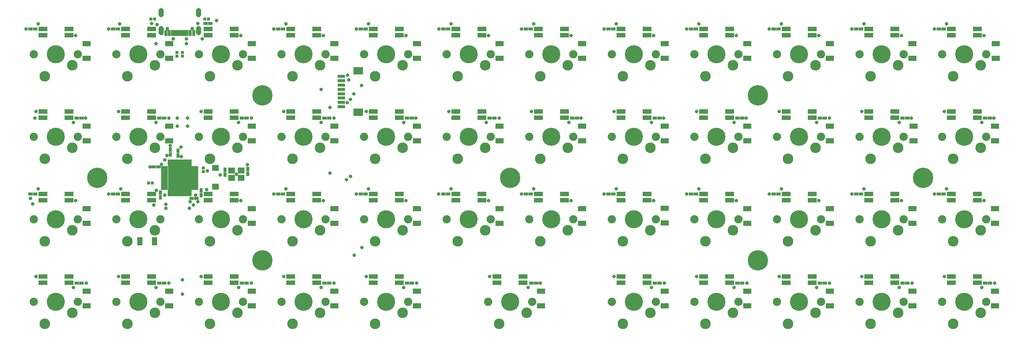
<source format=gbr>
G04 EAGLE Gerber RS-274X export*
G75*
%MOMM*%
%FSLAX34Y34*%
%LPD*%
%INSoldermask Bottom*%
%IPPOS*%
%AMOC8*
5,1,8,0,0,1.08239X$1,22.5*%
G01*
%ADD10C,4.191000*%
%ADD11C,1.905000*%
%ADD12C,2.451100*%
%ADD13R,1.903200X1.303200*%
%ADD14R,2.003200X1.023200*%
%ADD15R,1.003200X0.753200*%
%ADD16R,1.303200X1.903200*%
%ADD17R,0.753200X1.003200*%
%ADD18R,0.503200X1.353200*%
%ADD19R,0.803200X1.353200*%
%ADD20C,1.203200*%
%ADD21C,0.853200*%
%ADD22C,4.703200*%
%ADD23R,0.753200X0.753200*%
%ADD24R,0.503200X1.503200*%
%ADD25R,1.503200X0.503200*%
%ADD26R,5.403200X5.403200*%
%ADD27R,1.603200X1.403200*%
%ADD28R,1.753200X0.803200*%
%ADD29R,2.203200X1.703200*%
%ADD30R,1.563200X1.433200*%
%ADD31C,0.813200*%


D10*
X190500Y762000D03*
D11*
X241300Y762000D03*
X139700Y762000D03*
D12*
X228600Y736600D03*
X165100Y711200D03*
D13*
X261620Y786620D03*
X261620Y752620D03*
D14*
X160500Y820300D03*
X160500Y805300D03*
X220500Y820300D03*
X220500Y805300D03*
D15*
X131710Y820420D03*
X142610Y820420D03*
D10*
X381000Y762000D03*
D11*
X431800Y762000D03*
X330200Y762000D03*
D12*
X419100Y736600D03*
X355600Y711200D03*
D13*
X452120Y786620D03*
X452120Y752620D03*
D14*
X351000Y820300D03*
X351000Y805300D03*
X411000Y820300D03*
X411000Y805300D03*
D15*
X322210Y820420D03*
X333110Y820420D03*
D10*
X571500Y762000D03*
D11*
X622300Y762000D03*
X520700Y762000D03*
D12*
X609600Y736600D03*
X546100Y711200D03*
D13*
X642620Y786620D03*
X642620Y752620D03*
D14*
X541500Y820300D03*
X541500Y805300D03*
X601500Y820300D03*
X601500Y805300D03*
D15*
X546470Y833120D03*
X535570Y833120D03*
D10*
X762000Y762000D03*
D11*
X812800Y762000D03*
X711200Y762000D03*
D12*
X800100Y736600D03*
X736600Y711200D03*
D13*
X833120Y786620D03*
X833120Y752620D03*
D14*
X732000Y820300D03*
X732000Y805300D03*
X792000Y820300D03*
X792000Y805300D03*
D15*
X703210Y820420D03*
X714110Y820420D03*
D10*
X952500Y762000D03*
D11*
X1003300Y762000D03*
X901700Y762000D03*
D12*
X990600Y736600D03*
X927100Y711200D03*
D13*
X1023620Y786620D03*
X1023620Y752620D03*
D14*
X922500Y820300D03*
X922500Y805300D03*
X982500Y820300D03*
X982500Y805300D03*
D15*
X893710Y820420D03*
X904610Y820420D03*
D10*
X1143000Y762000D03*
D11*
X1193800Y762000D03*
X1092200Y762000D03*
D12*
X1181100Y736600D03*
X1117600Y711200D03*
D13*
X1214120Y786620D03*
X1214120Y752620D03*
D14*
X1113000Y820300D03*
X1113000Y805300D03*
X1173000Y820300D03*
X1173000Y805300D03*
D15*
X1084210Y820420D03*
X1095110Y820420D03*
D10*
X1333500Y762000D03*
D11*
X1384300Y762000D03*
X1282700Y762000D03*
D12*
X1371600Y736600D03*
X1308100Y711200D03*
D13*
X1404620Y786620D03*
X1404620Y752620D03*
D14*
X1303500Y820300D03*
X1303500Y805300D03*
X1363500Y820300D03*
X1363500Y805300D03*
D15*
X1274710Y820420D03*
X1285610Y820420D03*
D10*
X1524000Y762000D03*
D11*
X1574800Y762000D03*
X1473200Y762000D03*
D12*
X1562100Y736600D03*
X1498600Y711200D03*
D13*
X1595120Y786620D03*
X1595120Y752620D03*
D14*
X1494000Y820300D03*
X1494000Y805300D03*
X1554000Y820300D03*
X1554000Y805300D03*
D15*
X1465210Y820420D03*
X1476110Y820420D03*
D10*
X1714500Y762000D03*
D11*
X1765300Y762000D03*
X1663700Y762000D03*
D12*
X1752600Y736600D03*
X1689100Y711200D03*
D13*
X1785620Y786620D03*
X1785620Y752620D03*
D14*
X1684500Y820300D03*
X1684500Y805300D03*
X1744500Y820300D03*
X1744500Y805300D03*
D15*
X1655710Y820420D03*
X1666610Y820420D03*
D10*
X1905000Y762000D03*
D11*
X1955800Y762000D03*
X1854200Y762000D03*
D12*
X1943100Y736600D03*
X1879600Y711200D03*
D13*
X1976120Y786620D03*
X1976120Y752620D03*
D14*
X1875000Y820300D03*
X1875000Y805300D03*
X1935000Y820300D03*
X1935000Y805300D03*
D15*
X1846210Y820420D03*
X1857110Y820420D03*
D10*
X2095500Y762000D03*
D11*
X2146300Y762000D03*
X2044700Y762000D03*
D12*
X2133600Y736600D03*
X2070100Y711200D03*
D13*
X2166620Y786620D03*
X2166620Y752620D03*
D14*
X2065500Y820300D03*
X2065500Y805300D03*
X2125500Y820300D03*
X2125500Y805300D03*
D15*
X2036710Y820420D03*
X2047610Y820420D03*
D10*
X2286000Y762000D03*
D11*
X2336800Y762000D03*
X2235200Y762000D03*
D12*
X2324100Y736600D03*
X2260600Y711200D03*
D13*
X2358390Y786620D03*
X2358390Y752620D03*
D14*
X2256000Y820300D03*
X2256000Y805300D03*
X2316000Y820300D03*
X2316000Y805300D03*
D15*
X2227210Y820420D03*
X2238110Y820420D03*
D10*
X190500Y571500D03*
D11*
X241300Y571500D03*
X139700Y571500D03*
D12*
X228600Y546100D03*
X165100Y520700D03*
D13*
X261620Y596120D03*
X261620Y562120D03*
D14*
X220500Y614800D03*
X220500Y629800D03*
X160500Y614800D03*
X160500Y629800D03*
D15*
X238390Y614680D03*
X249290Y614680D03*
D10*
X381000Y571500D03*
D11*
X431800Y571500D03*
X330200Y571500D03*
D12*
X419100Y546100D03*
X355600Y520700D03*
D13*
X452120Y596120D03*
X452120Y562120D03*
D14*
X411000Y614800D03*
X411000Y629800D03*
X351000Y614800D03*
X351000Y629800D03*
D15*
X428890Y614680D03*
X439790Y614680D03*
D10*
X571500Y571500D03*
D11*
X622300Y571500D03*
X520700Y571500D03*
D12*
X609600Y546100D03*
X546100Y520700D03*
D13*
X642620Y596120D03*
X642620Y562120D03*
D14*
X601500Y614800D03*
X601500Y629800D03*
X541500Y614800D03*
X541500Y629800D03*
D15*
X619390Y614680D03*
X630290Y614680D03*
D10*
X762000Y571500D03*
D11*
X812800Y571500D03*
X711200Y571500D03*
D12*
X800100Y546100D03*
X736600Y520700D03*
D13*
X833120Y596120D03*
X833120Y562120D03*
D14*
X792000Y614800D03*
X792000Y629800D03*
X732000Y614800D03*
X732000Y629800D03*
D15*
X809890Y614680D03*
X820790Y614680D03*
D10*
X952500Y571500D03*
D11*
X1003300Y571500D03*
X901700Y571500D03*
D12*
X990600Y546100D03*
X927100Y520700D03*
D13*
X1023620Y596120D03*
X1023620Y562120D03*
D14*
X982500Y614800D03*
X982500Y629800D03*
X922500Y614800D03*
X922500Y629800D03*
D15*
X1000390Y614680D03*
X1011290Y614680D03*
D10*
X1143000Y571500D03*
D11*
X1193800Y571500D03*
X1092200Y571500D03*
D12*
X1181100Y546100D03*
X1117600Y520700D03*
D13*
X1214120Y596120D03*
X1214120Y562120D03*
D14*
X1173000Y614800D03*
X1173000Y629800D03*
X1113000Y614800D03*
X1113000Y629800D03*
D15*
X1190890Y614680D03*
X1201790Y614680D03*
D10*
X1333500Y571500D03*
D11*
X1384300Y571500D03*
X1282700Y571500D03*
D12*
X1371600Y546100D03*
X1308100Y520700D03*
D13*
X1404620Y596120D03*
X1404620Y562120D03*
D14*
X1363500Y614800D03*
X1363500Y629800D03*
X1303500Y614800D03*
X1303500Y629800D03*
D15*
X1381390Y614680D03*
X1392290Y614680D03*
D10*
X1524000Y571500D03*
D11*
X1574800Y571500D03*
X1473200Y571500D03*
D12*
X1562100Y546100D03*
X1498600Y520700D03*
D13*
X1595120Y596120D03*
X1595120Y562120D03*
D14*
X1554000Y614800D03*
X1554000Y629800D03*
X1494000Y614800D03*
X1494000Y629800D03*
D15*
X1571890Y614680D03*
X1582790Y614680D03*
D10*
X1714500Y571500D03*
D11*
X1765300Y571500D03*
X1663700Y571500D03*
D12*
X1752600Y546100D03*
X1689100Y520700D03*
D13*
X1785620Y596120D03*
X1785620Y562120D03*
D14*
X1744500Y614800D03*
X1744500Y629800D03*
X1684500Y614800D03*
X1684500Y629800D03*
D15*
X1762390Y614680D03*
X1773290Y614680D03*
D10*
X1905000Y571500D03*
D11*
X1955800Y571500D03*
X1854200Y571500D03*
D12*
X1943100Y546100D03*
X1879600Y520700D03*
D13*
X1976120Y596120D03*
X1976120Y562120D03*
D14*
X1935000Y614800D03*
X1935000Y629800D03*
X1875000Y614800D03*
X1875000Y629800D03*
D15*
X1952890Y614680D03*
X1963790Y614680D03*
D10*
X2095500Y571500D03*
D11*
X2146300Y571500D03*
X2044700Y571500D03*
D12*
X2133600Y546100D03*
X2070100Y520700D03*
D13*
X2169160Y596120D03*
X2169160Y562120D03*
D14*
X2125500Y614800D03*
X2125500Y629800D03*
X2065500Y614800D03*
X2065500Y629800D03*
D15*
X2143390Y614680D03*
X2154290Y614680D03*
D10*
X2286000Y571500D03*
D11*
X2336800Y571500D03*
X2235200Y571500D03*
D12*
X2324100Y546100D03*
X2260600Y520700D03*
D13*
X2357120Y596120D03*
X2357120Y562120D03*
D14*
X2316000Y614800D03*
X2316000Y629800D03*
X2256000Y614800D03*
X2256000Y629800D03*
D15*
X2333890Y614680D03*
X2344790Y614680D03*
D10*
X190500Y381000D03*
D11*
X241300Y381000D03*
X139700Y381000D03*
D12*
X228600Y355600D03*
X165100Y330200D03*
D13*
X261620Y405620D03*
X261620Y371620D03*
D14*
X160500Y439300D03*
X160500Y424300D03*
X220500Y439300D03*
X220500Y424300D03*
D15*
X131710Y439420D03*
X142610Y439420D03*
D10*
X381000Y381000D03*
D11*
X431800Y381000D03*
X330200Y381000D03*
D12*
X419100Y355600D03*
X355600Y330200D03*
D16*
X384320Y330200D03*
X418320Y330200D03*
D14*
X351000Y439300D03*
X351000Y424300D03*
X411000Y439300D03*
X411000Y424300D03*
D15*
X322210Y439420D03*
X333110Y439420D03*
D10*
X571500Y381000D03*
D11*
X622300Y381000D03*
X520700Y381000D03*
D12*
X609600Y355600D03*
X546100Y330200D03*
D13*
X642620Y405620D03*
X642620Y371620D03*
D14*
X541500Y439300D03*
X541500Y424300D03*
X601500Y439300D03*
X601500Y424300D03*
D17*
X525780Y447410D03*
X525780Y436510D03*
D10*
X762000Y381000D03*
D11*
X812800Y381000D03*
X711200Y381000D03*
D12*
X800100Y355600D03*
X736600Y330200D03*
D13*
X833120Y405620D03*
X833120Y371620D03*
D14*
X732000Y439300D03*
X732000Y424300D03*
X792000Y439300D03*
X792000Y424300D03*
D15*
X703210Y439420D03*
X714110Y439420D03*
D10*
X952500Y381000D03*
D11*
X1003300Y381000D03*
X901700Y381000D03*
D12*
X990600Y355600D03*
X927100Y330200D03*
D13*
X1023620Y405620D03*
X1023620Y371620D03*
D14*
X922500Y439300D03*
X922500Y424300D03*
X982500Y439300D03*
X982500Y424300D03*
D15*
X893710Y439420D03*
X904610Y439420D03*
D10*
X1143000Y381000D03*
D11*
X1193800Y381000D03*
X1092200Y381000D03*
D12*
X1181100Y355600D03*
X1117600Y330200D03*
D13*
X1214120Y405620D03*
X1214120Y371620D03*
D14*
X1113000Y439300D03*
X1113000Y424300D03*
X1173000Y439300D03*
X1173000Y424300D03*
D15*
X1084210Y439420D03*
X1095110Y439420D03*
D10*
X1333500Y381000D03*
D11*
X1384300Y381000D03*
X1282700Y381000D03*
D12*
X1371600Y355600D03*
X1308100Y330200D03*
D13*
X1404620Y405620D03*
X1404620Y371620D03*
D14*
X1303500Y439300D03*
X1303500Y424300D03*
X1363500Y439300D03*
X1363500Y424300D03*
D15*
X1274710Y439420D03*
X1285610Y439420D03*
D10*
X1524000Y381000D03*
D11*
X1574800Y381000D03*
X1473200Y381000D03*
D12*
X1562100Y355600D03*
X1498600Y330200D03*
D13*
X1595040Y405980D03*
X1595040Y371980D03*
D14*
X1494000Y439300D03*
X1494000Y424300D03*
X1554000Y439300D03*
X1554000Y424300D03*
D15*
X1465210Y439420D03*
X1476110Y439420D03*
D10*
X1714500Y381000D03*
D11*
X1765300Y381000D03*
X1663700Y381000D03*
D12*
X1752600Y355600D03*
X1689100Y330200D03*
D13*
X1785620Y405620D03*
X1785620Y371620D03*
D14*
X1684500Y439300D03*
X1684500Y424300D03*
X1744500Y439300D03*
X1744500Y424300D03*
D15*
X1655710Y439420D03*
X1666610Y439420D03*
D10*
X1905000Y381000D03*
D11*
X1955800Y381000D03*
X1854200Y381000D03*
D12*
X1943100Y355600D03*
X1879600Y330200D03*
D13*
X1976120Y405620D03*
X1976120Y371620D03*
D14*
X1875000Y439300D03*
X1875000Y424300D03*
X1935000Y439300D03*
X1935000Y424300D03*
D15*
X1846210Y439420D03*
X1857110Y439420D03*
D10*
X2095500Y381000D03*
D11*
X2146300Y381000D03*
X2044700Y381000D03*
D12*
X2133600Y355600D03*
X2070100Y330200D03*
D13*
X2166620Y405620D03*
X2166620Y371620D03*
D14*
X2065500Y439300D03*
X2065500Y424300D03*
X2125500Y439300D03*
X2125500Y424300D03*
D15*
X2036710Y439420D03*
X2047610Y439420D03*
D10*
X2286000Y381000D03*
D11*
X2336800Y381000D03*
X2235200Y381000D03*
D12*
X2324100Y355600D03*
X2260600Y330200D03*
D13*
X2357120Y405620D03*
X2357120Y371620D03*
D14*
X2256000Y439300D03*
X2256000Y424300D03*
X2316000Y439300D03*
X2316000Y424300D03*
D15*
X2227210Y439420D03*
X2238110Y439420D03*
D10*
X190500Y190500D03*
D11*
X241300Y190500D03*
X139700Y190500D03*
D12*
X228600Y165100D03*
X165100Y139700D03*
D13*
X261620Y215120D03*
X261620Y181120D03*
D14*
X220500Y233800D03*
X220500Y248800D03*
X160500Y233800D03*
X160500Y248800D03*
D15*
X238390Y233600D03*
X249290Y233600D03*
D10*
X381000Y190500D03*
D11*
X431800Y190500D03*
X330200Y190500D03*
D12*
X419100Y165100D03*
X355600Y139700D03*
D13*
X452120Y215120D03*
X452120Y181120D03*
D14*
X411000Y233800D03*
X411000Y248800D03*
X351000Y233800D03*
X351000Y248800D03*
D15*
X428890Y233600D03*
X439790Y233600D03*
D10*
X571500Y190500D03*
D11*
X622300Y190500D03*
X520700Y190500D03*
D12*
X609600Y165100D03*
X546100Y139700D03*
D13*
X642540Y215120D03*
X642540Y181120D03*
D14*
X601500Y233800D03*
X601500Y248800D03*
X541500Y233800D03*
X541500Y248800D03*
D15*
X619390Y233600D03*
X630290Y233600D03*
D10*
X762000Y190500D03*
D11*
X812800Y190500D03*
X711200Y190500D03*
D12*
X800100Y165100D03*
X736600Y139700D03*
D13*
X833040Y215120D03*
X833040Y181120D03*
D14*
X792000Y233800D03*
X792000Y248800D03*
X732000Y233800D03*
X732000Y248800D03*
D15*
X809890Y233600D03*
X820790Y233600D03*
D10*
X952500Y190500D03*
D11*
X1003300Y190500D03*
X901700Y190500D03*
D12*
X990600Y165100D03*
X927100Y139700D03*
D13*
X1023620Y215120D03*
X1023620Y181120D03*
D14*
X982500Y233800D03*
X982500Y248800D03*
X922500Y233800D03*
X922500Y248800D03*
D15*
X1000390Y233600D03*
X1011290Y233600D03*
D10*
X1238250Y190500D03*
D11*
X1289050Y190500D03*
X1187450Y190500D03*
D12*
X1276350Y165100D03*
X1212850Y139700D03*
D13*
X1309370Y215120D03*
X1309370Y181120D03*
D14*
X1268250Y233800D03*
X1268250Y248800D03*
X1208250Y233800D03*
X1208250Y248800D03*
D15*
X1287410Y233680D03*
X1298310Y233680D03*
D10*
X1524000Y190500D03*
D11*
X1574800Y190500D03*
X1473200Y190500D03*
D12*
X1562100Y165100D03*
X1498600Y139700D03*
D13*
X1595120Y215120D03*
X1595120Y181120D03*
D14*
X1554000Y233800D03*
X1554000Y248800D03*
X1494000Y233800D03*
X1494000Y248800D03*
D15*
X1571890Y233680D03*
X1582790Y233680D03*
D10*
X1714500Y190500D03*
D11*
X1765300Y190500D03*
X1663700Y190500D03*
D12*
X1752600Y165100D03*
X1689100Y139700D03*
D13*
X1785620Y215120D03*
X1785620Y181120D03*
D14*
X1744500Y233800D03*
X1744500Y248800D03*
X1684500Y233800D03*
X1684500Y248800D03*
D15*
X1762390Y233680D03*
X1773290Y233680D03*
D10*
X1905000Y190500D03*
D11*
X1955800Y190500D03*
X1854200Y190500D03*
D12*
X1943100Y165100D03*
X1879600Y139700D03*
D13*
X1976120Y215120D03*
X1976120Y181120D03*
D14*
X1935000Y233800D03*
X1935000Y248800D03*
X1875000Y233800D03*
X1875000Y248800D03*
D15*
X1952890Y233680D03*
X1963790Y233680D03*
D10*
X2095500Y190500D03*
D11*
X2146300Y190500D03*
X2044700Y190500D03*
D12*
X2133600Y165100D03*
X2070100Y139700D03*
D13*
X2166620Y215120D03*
X2166620Y181120D03*
D14*
X2125500Y233800D03*
X2125500Y248800D03*
X2065500Y233800D03*
X2065500Y248800D03*
D15*
X2143390Y233680D03*
X2154290Y233680D03*
D10*
X2286000Y190500D03*
D11*
X2336800Y190500D03*
X2235200Y190500D03*
D12*
X2324100Y165100D03*
X2260600Y139700D03*
D13*
X2357120Y215120D03*
X2357120Y181120D03*
D14*
X2316000Y233800D03*
X2316000Y248800D03*
X2256000Y233800D03*
X2256000Y248800D03*
D15*
X2333890Y233680D03*
X2344790Y233680D03*
D18*
X473750Y810560D03*
X468750Y810560D03*
X463750Y810560D03*
X458750Y810560D03*
X478750Y810560D03*
X483750Y810560D03*
X488750Y810560D03*
X493750Y810560D03*
D19*
X452250Y810560D03*
X444250Y810560D03*
X500250Y810560D03*
X508250Y810560D03*
D20*
X433050Y811310D02*
X433050Y821310D01*
X519450Y821310D02*
X519450Y811310D01*
X433050Y852810D02*
X433050Y862810D01*
X519450Y862810D02*
X519450Y852810D01*
D21*
X447350Y821300D03*
X505150Y821300D03*
D22*
X285750Y476250D03*
X666750Y666750D03*
X666750Y285750D03*
X1238250Y476250D03*
X1809750Y666750D03*
X1809750Y285750D03*
X2190750Y476250D03*
D23*
X542810Y843280D03*
X534150Y843280D03*
X409690Y843280D03*
X418350Y843280D03*
D24*
X456250Y511250D03*
X451250Y511250D03*
X461250Y511250D03*
X466250Y511250D03*
X471250Y511250D03*
X476250Y511250D03*
X481250Y511250D03*
X486250Y511250D03*
X491250Y511250D03*
X496250Y511250D03*
X501250Y511250D03*
D25*
X511250Y501250D03*
X511250Y496250D03*
X511250Y491250D03*
X511250Y486250D03*
X511250Y481250D03*
X511250Y476250D03*
X511250Y471250D03*
X511250Y466250D03*
X511250Y461250D03*
X511250Y456250D03*
X511250Y451250D03*
D24*
X501250Y441250D03*
X496250Y441250D03*
X491250Y441250D03*
X486250Y441250D03*
X481250Y441250D03*
X476250Y441250D03*
X471250Y441250D03*
X466250Y441250D03*
X461250Y441250D03*
X456250Y441250D03*
X451250Y441250D03*
D25*
X441250Y451250D03*
X441250Y456250D03*
X441250Y461250D03*
X441250Y466250D03*
X441250Y471250D03*
X441250Y476250D03*
X441250Y481250D03*
X441250Y486250D03*
X441250Y491250D03*
X441250Y496250D03*
X441250Y501250D03*
D26*
X476250Y476250D03*
D23*
X482600Y766330D03*
X482600Y757670D03*
X469900Y766330D03*
X469900Y757670D03*
X530860Y490810D03*
X530860Y499470D03*
D17*
X472440Y538850D03*
X472440Y527950D03*
D27*
X618060Y476640D03*
X596060Y476640D03*
X596060Y493640D03*
X618060Y493640D03*
D17*
X633420Y496850D03*
X633420Y485950D03*
X580860Y494580D03*
X580860Y483680D03*
D15*
X503820Y429260D03*
X514720Y429260D03*
D17*
X431720Y442610D03*
X431720Y431710D03*
D15*
X427090Y501650D03*
X416190Y501650D03*
D17*
X454660Y530490D03*
X454660Y541390D03*
D23*
X413270Y464820D03*
X404610Y464820D03*
D28*
X849310Y710640D03*
X849310Y700640D03*
X849310Y690640D03*
X849310Y680640D03*
X849310Y670640D03*
X849310Y660640D03*
X849310Y650640D03*
X849310Y640640D03*
D29*
X888060Y627640D03*
X888060Y723640D03*
D30*
X558800Y499370D03*
X558800Y455670D03*
D31*
X121920Y820420D03*
X236220Y805180D03*
X312420Y820420D03*
X411480Y833120D03*
X693420Y820420D03*
X561340Y839470D03*
X617220Y805180D03*
X807720Y805180D03*
X883920Y820420D03*
X998220Y805180D03*
X1074420Y820420D03*
X1188720Y805180D03*
X1264920Y820420D03*
X1379220Y805180D03*
X1455420Y820420D03*
X1569720Y805180D03*
X1645920Y820420D03*
X1760220Y805180D03*
X1836420Y820420D03*
X1950720Y805180D03*
X2026920Y820420D03*
X2141220Y805180D03*
X2217420Y820420D03*
X2331720Y805180D03*
X2354580Y614680D03*
X2240280Y629920D03*
X2164080Y614680D03*
X2049780Y629920D03*
X1974850Y614680D03*
X1859280Y629920D03*
X1783080Y614680D03*
X1668780Y629920D03*
X1592580Y614680D03*
X1402080Y614680D03*
X1287780Y629920D03*
X1478280Y629920D03*
X1212850Y614680D03*
X1097280Y629920D03*
X1021080Y614680D03*
X906780Y629920D03*
X831850Y614680D03*
X716280Y629920D03*
X641350Y614680D03*
X525780Y629920D03*
X450850Y614680D03*
X335280Y629920D03*
X259080Y614680D03*
X144780Y629920D03*
X236220Y424180D03*
X312420Y439420D03*
X617220Y424180D03*
X693420Y439420D03*
X807720Y424180D03*
X883920Y439420D03*
X998220Y424180D03*
X1073150Y439420D03*
X1188720Y424180D03*
X1264920Y439420D03*
X1379220Y424180D03*
X1455420Y439420D03*
X1569720Y424180D03*
X1645920Y439420D03*
X1760220Y424180D03*
X1836420Y439420D03*
X1950720Y424180D03*
X2026920Y439420D03*
X2141220Y424180D03*
X2217420Y439420D03*
X2331720Y424180D03*
X2355850Y233680D03*
X2240280Y248920D03*
X2165350Y233680D03*
X2049780Y248920D03*
X1974850Y233680D03*
X1859280Y248920D03*
X1784350Y233680D03*
X1668780Y248920D03*
X1593850Y233680D03*
X1478280Y248920D03*
X1308100Y233680D03*
X1191260Y248920D03*
X1022350Y233680D03*
X906780Y248920D03*
X831850Y233680D03*
X716280Y248920D03*
X641350Y233680D03*
X525780Y248920D03*
X450850Y233680D03*
X335280Y248920D03*
X260350Y233680D03*
X144780Y248920D03*
X476250Y476250D03*
X458470Y476250D03*
X458470Y458470D03*
X458470Y494030D03*
X476250Y458470D03*
X494030Y458470D03*
X476250Y494030D03*
X494030Y494030D03*
X494030Y476250D03*
X538480Y449580D03*
X513080Y436880D03*
X441960Y436880D03*
X407670Y501650D03*
X454660Y551180D03*
X478790Y547370D03*
X416560Y414020D03*
X132080Y429260D03*
X569706Y483362D03*
X607060Y485140D03*
X632460Y506730D03*
X865766Y702684D03*
X149860Y831850D03*
X337820Y831850D03*
X461010Y797560D03*
X491490Y797560D03*
X518160Y833120D03*
X721360Y831850D03*
X911860Y831850D03*
X1102360Y831850D03*
X1292860Y831850D03*
X1483360Y831850D03*
X1673860Y831850D03*
X1864360Y831850D03*
X2054860Y831850D03*
X2245360Y831850D03*
X2326640Y604520D03*
X2136140Y604520D03*
X1945640Y604520D03*
X1755140Y604520D03*
X1564640Y604520D03*
X1374140Y604520D03*
X1183640Y604520D03*
X993140Y604520D03*
X802640Y604520D03*
X612140Y604520D03*
X421640Y604520D03*
X231140Y604520D03*
X340360Y450850D03*
X721360Y450850D03*
X149860Y450850D03*
X911860Y450850D03*
X1102360Y450850D03*
X1292860Y450850D03*
X1483360Y450850D03*
X1673860Y450850D03*
X1864360Y450850D03*
X2054860Y450850D03*
X2245360Y450850D03*
X2326640Y223520D03*
X2136140Y223520D03*
X1945640Y223520D03*
X1755140Y223520D03*
X1564640Y223520D03*
X1280160Y223520D03*
X993140Y223520D03*
X802640Y223520D03*
X612140Y223520D03*
X421640Y223520D03*
X231140Y223520D03*
X422055Y447455D03*
X500380Y421640D03*
X480060Y525780D03*
X434340Y508000D03*
X447040Y528320D03*
X518181Y421619D03*
X539750Y492358D03*
X863600Y713740D03*
X528320Y797560D03*
X424180Y830580D03*
X470408Y614680D03*
X494284Y614680D03*
X444138Y415040D03*
X508000Y413512D03*
X137160Y416560D03*
X142240Y614680D03*
X822960Y638810D03*
X822960Y487172D03*
X869950Y657860D03*
X869950Y480060D03*
X896620Y315722D03*
X895350Y689610D03*
X441960Y518160D03*
X802640Y680720D03*
X470408Y596120D03*
X494284Y596120D03*
X444138Y406400D03*
X498362Y406400D03*
X421640Y786620D03*
X491490Y786620D03*
X482600Y240912D03*
X482600Y208008D03*
X878840Y297688D03*
X877570Y670560D03*
X861060Y472440D03*
X862330Y650240D03*
M02*

</source>
